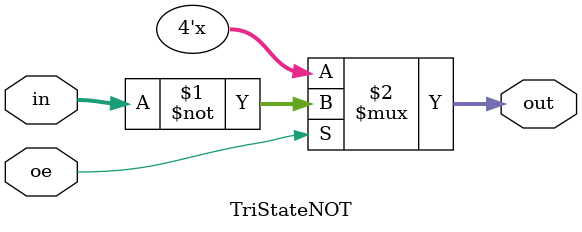
<source format=sv>
module TriStateNOT(
    input oe,  // Output enable
    input [3:0] in,
    output [3:0] out
);
    assign out = oe ? ~in : 4'bzzzz;
endmodule

</source>
